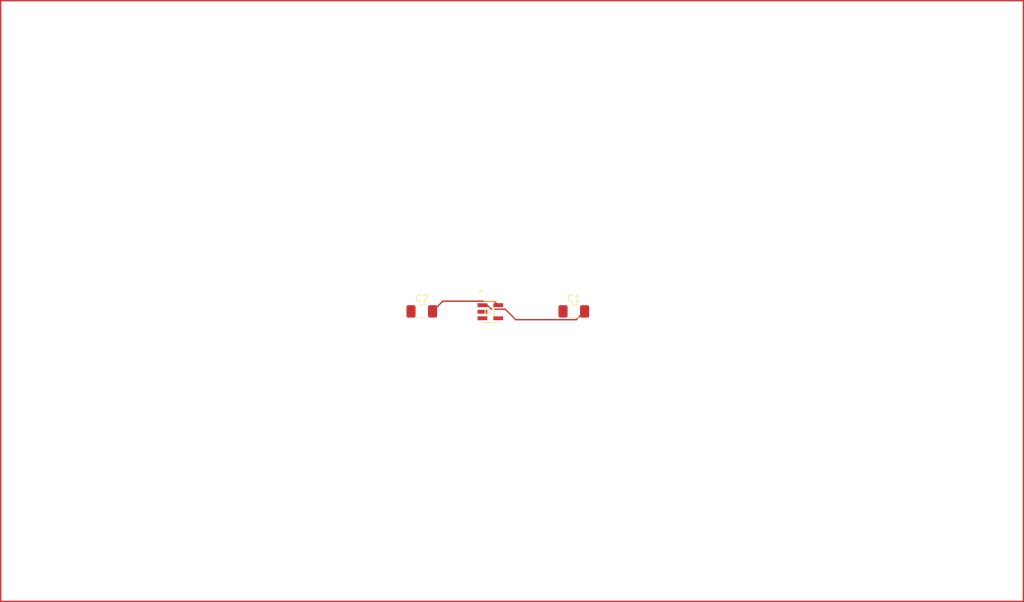
<source format=kicad_pcb>
(kicad_pcb (version 20240108) (generator "pcbnew") (generator_version "8.0")
  (layers (0 "F.Cu" signal) (31 "B.Cu" signal) (34 "B.Paste" user) (35 "F.Paste" user) (36 "B.SilkS" user "B.Silkscreen") (37 "F.SilkS" user "F.Silkscreen") (38 "B.Mask" user) (39 "F.Mask" user) (44 "Edge.Cuts" user))
  (net 0 "")
  (net 1 "Net-(U1-VIN)")
  (net 3 "Net-(U1-VOUT)")
  (footprint "shared_footprints:SOT-25   SMV_TOS" (layer "F.Cu") (at 161.8556 107.049999)
    (property "Reference" "U1" (at 0 0 0) (layer "F.SilkS"))
    (property "Value" "TCR2EF33_LMCT")
    (fp_line (start -0.9271 1.5748) (end 0.9271 1.5748) (stroke (width 0.1524)) (layer "F.SilkS"))
    (fp_line (start 0.9271 -1.5748) (end -0.9271 -1.5748) (stroke (width 0.1524)) (layer "F.SilkS"))
    (fp_text user "*" (at -1.3984 -2.6518 0) (layer "F.SilkS"))
    (fp_text user "*" (at -1.3984 -2.6518 0) (layer "F.SilkS"))
    (pad "1" smd rect (at -1.1444 -0.950001) (size 1.4224 0.5588) (layers "F.Cu" "F.Paste" "F.Mask") (net 1 "Net-(U1-VIN)"))
    (pad "2" smd rect (at -1.1444 0) (size 1.4224 0.5588) (layers "F.Cu" "F.Paste" "F.Mask"))
    (pad "3" smd rect (at -1.1444 0.950001) (size 1.4224 0.5588) (layers "F.Cu" "F.Paste" "F.Mask"))
    (pad "4" smd rect (at 1.1444 0.950001) (size 1.4224 0.5588) (layers "F.Cu" "F.Paste" "F.Mask"))
    (pad "5" smd rect (at 1.1444 -0.950001) (size 1.4224 0.5588) (layers "F.Cu" "F.Paste" "F.Mask") (net 3 "Net-(U1-VOUT)"))
  )
  (footprint "Capacitor_SMD:C_1206_3216Metric_Pad1.33x1.80mm_HandSolder" (layer "F.Cu") (at 173.9375 107)
    (property "Reference" "C1" (at 0 -1.85 0) (layer "F.SilkS"))
    (property "Value" "C")
    (fp_line (start -0.711252 -0.91) (end 0.711252 -0.91) (stroke (width 0.12)) (layer "F.SilkS"))
    (fp_line (start -0.711252 0.91) (end 0.711252 0.91) (stroke (width 0.12)) (layer "F.SilkS"))
    (pad "1" smd roundrect (at -1.5625 0) (size 1.325 1.8) (layers "F.Cu" "F.Paste" "F.Mask") (roundrect_rratio 0.188679))
    (pad "2" smd roundrect (at 1.5625 0) (size 1.325 1.8) (layers "F.Cu" "F.Paste" "F.Mask") (roundrect_rratio 0.188679) (net 1 "Net-(U1-VIN)"))
  )
  (footprint "Capacitor_SMD:C_1206_3216Metric_Pad1.33x1.80mm_HandSolder" (layer "F.Cu") (at 151.9375 107)
    (property "Reference" "C2" (at 0 -1.85 0) (layer "F.SilkS"))
    (property "Value" "C")
    (fp_line (start -0.711252 -0.91) (end 0.711252 -0.91) (stroke (width 0.12)) (layer "F.SilkS"))
    (fp_line (start -0.711252 0.91) (end 0.711252 0.91) (stroke (width 0.12)) (layer "F.SilkS"))
    (pad "1" smd roundrect (at -1.5625 0) (size 1.325 1.8) (layers "F.Cu" "F.Paste" "F.Mask") (roundrect_rratio 0.188679))
    (pad "2" smd roundrect (at 1.5625 0) (size 1.325 1.8) (layers "F.Cu" "F.Paste" "F.Mask") (roundrect_rratio 0.188679) (net 3 "Net-(U1-VOUT)"))
  )
  (gr_rect (start 91 62) (end 239 149) (stroke (width 0.2)) (fill none) (layer "F.Cu"))
  (segment (start 161.9888 106.679398) (end 161.4094 106.099998) (width 0.2) (layer "F.Cu") (net 1))
  (segment (start 161.4094 106.099998) (end 160.7112 106.099998) (width 0.2) (layer "F.Cu") (net 1))
  (segment (start 174.3 108.2) (end 165.531802 108.2) (width 0.2) (layer "F.Cu") (net 1))
  (segment (start 175.5 107) (end 174.3 108.2) (width 0.2) (layer "F.Cu") (net 1))
  (segment (start 164.0112 106.679398) (end 161.9888 106.679398) (width 0.2) (layer "F.Cu") (net 1))
  (segment (start 165.531802 108.2) (end 164.0112 106.679398) (width 0.2) (layer "F.Cu") (net 1))
  (segment (start 162.4206 105.520598) (end 154.979402 105.520598) (width 0.2) (layer "F.Cu") (net 3))
  (segment (start 163 106.099998) (end 162.4206 105.520598) (width 0.2) (layer "F.Cu") (net 3))
  (segment (start 154.979402 105.520598) (end 153.5 107) (width 0.2) (layer "F.Cu") (net 3))
)
</source>
